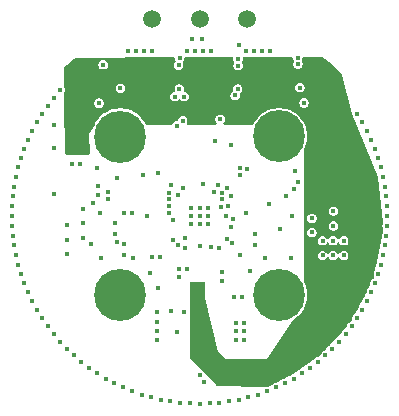
<source format=gbr>
%TF.GenerationSoftware,KiCad,Pcbnew,9.0.3*%
%TF.CreationDate,2025-09-12T00:22:28+02:00*%
%TF.ProjectId,FOC_CONTROLLER_V1,464f435f-434f-44e5-9452-4f4c4c45525f,rev?*%
%TF.SameCoordinates,Original*%
%TF.FileFunction,Copper,L6,Inr*%
%TF.FilePolarity,Positive*%
%FSLAX46Y46*%
G04 Gerber Fmt 4.6, Leading zero omitted, Abs format (unit mm)*
G04 Created by KiCad (PCBNEW 9.0.3) date 2025-09-12 00:22:28*
%MOMM*%
%LPD*%
G01*
G04 APERTURE LIST*
%TA.AperFunction,ComponentPad*%
%ADD10C,0.700000*%
%TD*%
%TA.AperFunction,ComponentPad*%
%ADD11C,4.400000*%
%TD*%
%TA.AperFunction,ComponentPad*%
%ADD12C,1.500000*%
%TD*%
%TA.AperFunction,ViaPad*%
%ADD13C,0.400000*%
%TD*%
G04 APERTURE END LIST*
D10*
%TO.N,GND*%
%TO.C,TP2*%
X91630000Y-93280000D03*
X92113274Y-92113274D03*
X92113274Y-94446726D03*
X93280000Y-91630000D03*
D11*
X93280000Y-93280000D03*
D10*
X93280000Y-94930000D03*
X94446726Y-92113274D03*
X94446726Y-94446726D03*
X94930000Y-93280000D03*
%TD*%
%TO.N,GND*%
%TO.C,TP4*%
X91625000Y-106725000D03*
X92108274Y-105558274D03*
X92108274Y-107891726D03*
X93275000Y-105075000D03*
D11*
X93275000Y-106725000D03*
D10*
X93275000Y-108375000D03*
X94441726Y-105558274D03*
X94441726Y-107891726D03*
X94925000Y-106725000D03*
%TD*%
%TO.N,GND*%
%TO.C,TP1*%
X105075000Y-93275000D03*
X105558274Y-92108274D03*
X105558274Y-94441726D03*
X106725000Y-91625000D03*
D11*
X106725000Y-93275000D03*
D10*
X106725000Y-94925000D03*
X107891726Y-92108274D03*
X107891726Y-94441726D03*
X108375000Y-93275000D03*
%TD*%
D12*
%TO.N,/OUTV*%
%TO.C,TP6*%
X100000000Y-83300000D03*
%TD*%
D10*
%TO.N,GND*%
%TO.C,TP3*%
X105066726Y-106716726D03*
X105550000Y-105550000D03*
X105550000Y-107883452D03*
X106716726Y-105066726D03*
D11*
X106716726Y-106716726D03*
D10*
X106716726Y-108366726D03*
X107883452Y-105550000D03*
X107883452Y-107883452D03*
X108366726Y-106716726D03*
%TD*%
D12*
%TO.N,/OUTW*%
%TO.C,TP7*%
X104000000Y-83300000D03*
%TD*%
%TO.N,/OUTU*%
%TO.C,TP5*%
X96000000Y-83300000D03*
%TD*%
D13*
%TO.N,GND*%
X87700000Y-92270000D03*
X87700000Y-94230000D03*
X87700000Y-98150000D03*
%TO.N,+3.3V*%
X98280000Y-104500000D03*
X100207500Y-85020000D03*
X103600000Y-106900000D03*
X103050000Y-110475000D03*
X98280000Y-105150000D03*
X103750000Y-110475000D03*
X101900000Y-105550000D03*
X108090000Y-96230000D03*
X102418225Y-99153663D03*
X92240000Y-97980000D03*
X103750000Y-109075000D03*
X103050000Y-109775000D03*
X101770000Y-99260000D03*
X98890000Y-104500000D03*
X103050000Y-109075000D03*
X95570000Y-99989232D03*
X92240000Y-98530003D03*
X102900000Y-106900000D03*
X104002500Y-96032500D03*
X103750000Y-109775000D03*
%TO.N,GND*%
X104300000Y-104700000D03*
X84121790Y-99167858D03*
X100000000Y-100700000D03*
X84878201Y-95086630D03*
X106800000Y-101100000D03*
X102630000Y-98280000D03*
X86665138Y-91340239D03*
X104913370Y-115121799D03*
X97512692Y-115704245D03*
X106467113Y-114525373D03*
X89360823Y-111816003D03*
X101662003Y-115812898D03*
X114167004Y-107218449D03*
X111242998Y-111242998D03*
X94301950Y-114843929D03*
X96400000Y-110500000D03*
X105900000Y-99000000D03*
X86230196Y-107950000D03*
X96694204Y-115552547D03*
X107800000Y-100000000D03*
X115358221Y-95884777D03*
X84641779Y-104115223D03*
X112356621Y-110006194D03*
X113334862Y-108659761D03*
X93000000Y-102200000D03*
X98170000Y-98260000D03*
X102487308Y-115704245D03*
X99300000Y-99300000D03*
X95884777Y-115358221D03*
X99167858Y-115878210D03*
X100700000Y-100000000D03*
X111300000Y-102100000D03*
X103934287Y-99755057D03*
X98700000Y-108100000D03*
X86665138Y-108659761D03*
X84100000Y-100000000D03*
X114167004Y-92781551D03*
X84447453Y-96694204D03*
X97900000Y-89900000D03*
X115812898Y-98337997D03*
X115878210Y-100832142D03*
X114843929Y-105698050D03*
X94270000Y-99792500D03*
X107970000Y-97680000D03*
X98337997Y-115812898D03*
X91430000Y-98230000D03*
X105698050Y-114843929D03*
X85832996Y-92781551D03*
X109345786Y-112863370D03*
X96400000Y-108100000D03*
X84121790Y-100832142D03*
X89993806Y-112356621D03*
X103305796Y-115552547D03*
X113334862Y-91340239D03*
X98700000Y-89900000D03*
X110006194Y-112356621D03*
X115552547Y-103305796D03*
X115121799Y-95086630D03*
X112200000Y-102100000D03*
X112863370Y-109345786D03*
X99300000Y-100700000D03*
X99300000Y-100000000D03*
X95230000Y-96560000D03*
X110400000Y-103350000D03*
X93532887Y-114525373D03*
X91300000Y-95900000D03*
X115358221Y-104115223D03*
X85156071Y-105698050D03*
X100000000Y-115900000D03*
X90110000Y-99430000D03*
X87643379Y-110006194D03*
X104115223Y-115358221D03*
X96420000Y-109750000D03*
X88183997Y-89360823D03*
X115704245Y-97512692D03*
X84447453Y-103305796D03*
X115812898Y-101662003D03*
X84641779Y-95884777D03*
X96630000Y-103490000D03*
X96400000Y-109000000D03*
X100700000Y-99300000D03*
X111300000Y-103350000D03*
X91540000Y-99770000D03*
X101900000Y-104717500D03*
X100832142Y-115878210D03*
X88183997Y-110639177D03*
X100000000Y-99300000D03*
X84295755Y-102487308D03*
X88757002Y-111242998D03*
X103400000Y-103300000D03*
X111816003Y-110639177D03*
X91340239Y-113334862D03*
X100407500Y-114100000D03*
X84187102Y-98337997D03*
X92050000Y-113769804D03*
X100010000Y-102530000D03*
X115704245Y-102487308D03*
X85832996Y-107218449D03*
X96000000Y-103500000D03*
X85474627Y-106467113D03*
X113769804Y-107950000D03*
X103400000Y-95900000D03*
X87136630Y-109345786D03*
X101860000Y-98050000D03*
X113769804Y-92050000D03*
X110400000Y-102100000D03*
X114525373Y-93532887D03*
X98100000Y-109800000D03*
X84878201Y-104913370D03*
X97580000Y-97400000D03*
X85474627Y-93532887D03*
X114843929Y-94301950D03*
X115121799Y-104913370D03*
X86230196Y-92050000D03*
X90080000Y-100620000D03*
X107218449Y-114167004D03*
X100700000Y-100700000D03*
X115878210Y-99167858D03*
X109500000Y-100200000D03*
X90150000Y-101910000D03*
X97550000Y-108050000D03*
X100000000Y-100000000D03*
X110639177Y-111816003D03*
X115900000Y-100000000D03*
X92960000Y-96780000D03*
X95086630Y-115121799D03*
X107950000Y-113769804D03*
X101000000Y-102600000D03*
X103000000Y-89800000D03*
X85156071Y-94301950D03*
X84187102Y-101662003D03*
X87643379Y-89993806D03*
X108659761Y-113334862D03*
X109500000Y-101400000D03*
X84295755Y-97512692D03*
X115552547Y-96694204D03*
X112200000Y-103350000D03*
X95800000Y-104800000D03*
X87136630Y-90654214D03*
X96500000Y-106100000D03*
X101590000Y-97350000D03*
X92781551Y-114167004D03*
X90654214Y-112863370D03*
X101870000Y-98600000D03*
X114525373Y-106467113D03*
%TO.N,/NRST*%
X88800000Y-103250000D03*
X107750000Y-103550000D03*
%TO.N,VBAT+*%
X110300000Y-95260000D03*
X99750000Y-106500000D03*
X103938000Y-87975000D03*
X89190000Y-88580000D03*
X100338000Y-87975000D03*
X110300000Y-97060000D03*
X93938000Y-87975000D03*
X111000000Y-96460000D03*
X111000000Y-94060000D03*
X89190000Y-95580000D03*
X110300000Y-97660000D03*
X111000000Y-93460000D03*
X89890000Y-91380000D03*
X111000000Y-94660000D03*
X110300000Y-94660000D03*
X111000000Y-92260000D03*
X89190000Y-89980000D03*
X89890000Y-89980000D03*
X94638000Y-87975000D03*
X89890000Y-92780000D03*
X110300000Y-94060000D03*
X109860000Y-89470000D03*
X110560000Y-88070000D03*
X101038000Y-87975000D03*
X111000000Y-92860000D03*
X111000000Y-97660000D03*
X110300000Y-96460000D03*
X104638000Y-87975000D03*
X89890000Y-94180000D03*
X110560000Y-89470000D03*
X110560000Y-90870000D03*
X89890000Y-95580000D03*
X110300000Y-92260000D03*
X98938000Y-87975000D03*
X110300000Y-93460000D03*
X105338000Y-87975000D03*
X89190000Y-91380000D03*
X110300000Y-95860000D03*
X109860000Y-88070000D03*
X111000000Y-97060000D03*
X106038000Y-87975000D03*
X95338000Y-87975000D03*
X111000000Y-95860000D03*
X110300000Y-92860000D03*
X89190000Y-92780000D03*
X96038000Y-87975000D03*
X111000000Y-95260000D03*
X99638000Y-87975000D03*
X89190000Y-94180000D03*
X89890000Y-88580000D03*
X99750000Y-105820000D03*
%TO.N,/ISNSU*%
X102250000Y-99979222D03*
X91672500Y-103550000D03*
%TO.N,/OP2O*%
X98750000Y-102700000D03*
X93610000Y-103270000D03*
%TO.N,/OP2N*%
X92800000Y-101530000D03*
X98200000Y-102430000D03*
%TO.N,/ISNSV*%
X94390000Y-103560000D03*
X102800000Y-100250000D03*
%TO.N,/BTN*%
X97420000Y-98030000D03*
X91350000Y-97427500D03*
%TO.N,Net-(IC1-PA5)*%
X104700000Y-101550000D03*
X99392500Y-85020000D03*
%TO.N,/SHUNT+AFTER*%
X103400000Y-96550000D03*
X103340000Y-85550000D03*
%TO.N,/LSU*%
X96450000Y-96380000D03*
X91480000Y-90457500D03*
%TO.N,/HSW*%
X102284266Y-97625734D03*
X108830000Y-90425000D03*
%TO.N,/LSW*%
X102650000Y-94030000D03*
X100286889Y-97324999D03*
%TO.N,/SPI2_CS*%
X97390000Y-99770000D03*
%TO.N,/OP2P*%
X97750000Y-102010000D03*
X92830000Y-100580000D03*
%TO.N,/SPI2_MOSI*%
X98780000Y-101870000D03*
%TO.N,/UART_TX*%
X102711830Y-102330000D03*
X111323885Y-100836500D03*
%TO.N,/SWCLK*%
X97419527Y-99152966D03*
X88800000Y-102000000D03*
%TO.N,Net-(D8-A)*%
X101664482Y-102724915D03*
X100000000Y-113500000D03*
%TO.N,/MGL*%
X102675141Y-100910002D03*
X98620000Y-97640000D03*
%TO.N,/UART_RX*%
X111323885Y-99586500D03*
X104670000Y-102460000D03*
%TO.N,/SWDIO*%
X97444761Y-98603543D03*
X88800000Y-100750000D03*
%TO.N,/SPI2_MISO*%
X97710000Y-100320000D03*
%TO.N,/MGH*%
X102301875Y-101963340D03*
%TO.N,Net-(IC2-SCLK)*%
X105505000Y-103550000D03*
X101200000Y-98000000D03*
%TO.N,/SHUNT+U*%
X90930000Y-98890000D03*
X98300000Y-86650000D03*
%TO.N,Net-(Q1-G2)*%
X91830000Y-87200000D03*
X93950000Y-86075000D03*
%TO.N,Net-(Q1-G1)*%
X93290000Y-89190000D03*
X98075000Y-92367500D03*
%TO.N,/SHUNT+V*%
X93570000Y-99782500D03*
X103250000Y-86710000D03*
%TO.N,Net-(Q2-G2)*%
X98567326Y-91927624D03*
X98950000Y-86075000D03*
%TO.N,Net-(Q2-G1)*%
X98270000Y-89260000D03*
X101270000Y-93680000D03*
%TO.N,/SHUNT+W*%
X108310000Y-97090000D03*
X108297464Y-86595515D03*
%TO.N,Net-(Q3-G2)*%
X103950000Y-86075000D03*
X101736608Y-91819688D03*
%TO.N,Net-(Q3-G1)*%
X103220000Y-89260000D03*
X108475000Y-89140000D03*
%TO.N,Net-(Q1-S2)*%
X95275000Y-86075000D03*
X94575000Y-86075000D03*
X95975000Y-86075000D03*
%TO.N,Net-(Q2-S2)*%
X99575000Y-86075000D03*
X100275000Y-86075000D03*
X100975000Y-86075000D03*
%TO.N,Net-(Q3-S2)*%
X105975000Y-86075000D03*
X105275000Y-86075000D03*
X104575000Y-86075000D03*
%TO.N,/SHUNT-W*%
X108320000Y-87120000D03*
X107280000Y-98320000D03*
%TO.N,/SHUNT-U*%
X90840000Y-102345000D03*
X98220000Y-87230000D03*
%TO.N,/SHUNT-V*%
X103260000Y-87270000D03*
X93580000Y-102367500D03*
%TD*%
%TA.AperFunction,Conductor*%
%TO.N,VBAT+*%
G36*
X110406443Y-86542964D02*
G01*
X110408471Y-86544468D01*
X110634499Y-86716756D01*
X110638152Y-86719682D01*
X111258316Y-87241183D01*
X111261851Y-87244303D01*
X111722019Y-87670500D01*
X111856301Y-87794869D01*
X111859702Y-87798173D01*
X112047032Y-87989133D01*
X112072496Y-88034822D01*
X112900000Y-91400000D01*
X112900001Y-91400005D01*
X115094749Y-96687350D01*
X115101619Y-96713601D01*
X115557913Y-100546478D01*
X115546017Y-100606496D01*
X115545344Y-100607680D01*
X115505003Y-100677553D01*
X115499123Y-100699500D01*
X115477710Y-100779415D01*
X115477710Y-100884869D01*
X115505003Y-100986729D01*
X115538355Y-101044496D01*
X115544016Y-101054301D01*
X115556737Y-101114150D01*
X115555357Y-101123211D01*
X115502289Y-101388551D01*
X115490950Y-101418632D01*
X115439691Y-101507416D01*
X115412398Y-101609276D01*
X115412398Y-101714730D01*
X115420528Y-101745072D01*
X115421978Y-101790109D01*
X114992444Y-103937774D01*
X114992445Y-103937775D01*
X114989387Y-103953060D01*
X114985014Y-103960636D01*
X114957721Y-104062496D01*
X114957721Y-104111390D01*
X114955797Y-104121010D01*
X114955797Y-104121011D01*
X114955798Y-104121011D01*
X114863684Y-104581576D01*
X114836612Y-104632162D01*
X114801318Y-104667456D01*
X114748593Y-104758779D01*
X114748593Y-104758780D01*
X114748592Y-104758782D01*
X114748592Y-104758783D01*
X114721299Y-104860643D01*
X114721299Y-104966097D01*
X114746528Y-105060255D01*
X114748592Y-105067957D01*
X114749093Y-105069165D01*
X114749194Y-105070203D01*
X114750272Y-105074224D01*
X114749606Y-105074402D01*
X114754706Y-105126464D01*
X114727169Y-105264150D01*
X114697216Y-105317503D01*
X114679592Y-105330471D01*
X114598017Y-105377569D01*
X114523447Y-105452139D01*
X114470723Y-105543459D01*
X114470723Y-105543460D01*
X114470722Y-105543462D01*
X114470722Y-105543463D01*
X114444925Y-105639742D01*
X114443429Y-105645324D01*
X114443429Y-105750779D01*
X114457175Y-105802084D01*
X114453972Y-105863186D01*
X114449043Y-105874026D01*
X114329170Y-106100452D01*
X114291181Y-106139864D01*
X114279459Y-106146632D01*
X114204892Y-106221200D01*
X114152167Y-106312522D01*
X114152167Y-106312523D01*
X114152166Y-106312525D01*
X114152166Y-106312526D01*
X114151774Y-106313991D01*
X114124873Y-106414387D01*
X114124873Y-106461761D01*
X114113368Y-106508082D01*
X113898021Y-106914846D01*
X113880531Y-106938527D01*
X113846524Y-106972535D01*
X113793798Y-107063858D01*
X113793796Y-107063863D01*
X113770728Y-107149951D01*
X113762597Y-107170647D01*
X113521876Y-107625342D01*
X113504386Y-107649023D01*
X113449323Y-107704086D01*
X113396598Y-107795409D01*
X113396598Y-107795410D01*
X113396597Y-107795412D01*
X113396597Y-107795413D01*
X113369803Y-107895413D01*
X113369303Y-107897278D01*
X113368777Y-107901271D01*
X113358120Y-107934659D01*
X113181431Y-108268406D01*
X113143437Y-108307821D01*
X113088951Y-108339279D01*
X113014380Y-108413850D01*
X112961656Y-108505170D01*
X112961656Y-108505171D01*
X112934362Y-108607035D01*
X112934362Y-108710504D01*
X112922857Y-108756825D01*
X112905642Y-108789342D01*
X112891967Y-108808988D01*
X112777101Y-108937527D01*
X112728908Y-108967186D01*
X112708779Y-108972580D01*
X112617459Y-109025304D01*
X112542888Y-109099875D01*
X112490164Y-109191195D01*
X112490163Y-109191197D01*
X112470459Y-109264730D01*
X112448653Y-109305072D01*
X112091847Y-109704353D01*
X112089982Y-109706439D01*
X112036141Y-109760281D01*
X112025685Y-109778390D01*
X112018874Y-109786013D01*
X111020432Y-110903310D01*
X111002014Y-110918283D01*
X111002233Y-110918568D01*
X110997083Y-110922519D01*
X110922521Y-110997080D01*
X110922520Y-110997081D01*
X110901858Y-111032868D01*
X110889943Y-111049332D01*
X110574931Y-111401843D01*
X110526736Y-111431502D01*
X110484589Y-111442796D01*
X110484586Y-111442797D01*
X110393266Y-111495521D01*
X110318695Y-111570092D01*
X110265971Y-111661412D01*
X110265971Y-111661414D01*
X110239095Y-111761717D01*
X110217287Y-111802061D01*
X110208239Y-111812186D01*
X110189745Y-111828317D01*
X110025175Y-111939219D01*
X109969850Y-111956121D01*
X109953467Y-111956121D01*
X109851607Y-111983414D01*
X109851606Y-111983414D01*
X109851604Y-111983415D01*
X109851603Y-111983415D01*
X109760283Y-112036139D01*
X109685713Y-112110709D01*
X109643032Y-112184635D01*
X109612621Y-112217232D01*
X109232169Y-112473614D01*
X109202472Y-112487141D01*
X109191202Y-112490161D01*
X109191195Y-112490164D01*
X109099873Y-112542889D01*
X109045670Y-112597091D01*
X109030993Y-112609184D01*
X108520637Y-112953107D01*
X108520637Y-112953108D01*
X108509788Y-112960418D01*
X108505174Y-112961655D01*
X108413848Y-113014382D01*
X108381071Y-113047158D01*
X108373142Y-113052502D01*
X108373139Y-113052502D01*
X107920554Y-113357495D01*
X107890853Y-113371023D01*
X107795416Y-113396595D01*
X107795409Y-113396598D01*
X107704087Y-113449323D01*
X107629523Y-113523886D01*
X107625576Y-113529032D01*
X107623972Y-113527802D01*
X107589951Y-113559908D01*
X107198814Y-113756595D01*
X107167267Y-113766300D01*
X107165729Y-113766502D01*
X107165722Y-113766504D01*
X107063862Y-113793797D01*
X107063861Y-113793797D01*
X107063859Y-113793798D01*
X107063858Y-113793798D01*
X106972535Y-113846523D01*
X106935823Y-113883235D01*
X106910297Y-113901677D01*
X106487431Y-114114320D01*
X106442955Y-114124873D01*
X106414386Y-114124873D01*
X106312526Y-114152166D01*
X106312525Y-114152166D01*
X106312523Y-114152167D01*
X106312522Y-114152167D01*
X106221200Y-114204892D01*
X106145374Y-114280718D01*
X106119847Y-114299161D01*
X105838068Y-114440855D01*
X105777586Y-114450106D01*
X105767974Y-114448036D01*
X105750778Y-114443429D01*
X105750777Y-114443429D01*
X105645323Y-114443429D01*
X105633572Y-114446577D01*
X105612044Y-114452345D01*
X105584450Y-114455697D01*
X101433477Y-114372863D01*
X101375675Y-114352799D01*
X101363407Y-114341784D01*
X99186955Y-112032497D01*
X99160803Y-111977182D01*
X99160000Y-111964596D01*
X99160000Y-105659000D01*
X99178907Y-105600809D01*
X99228407Y-105564845D01*
X99259000Y-105560000D01*
X100379565Y-105560000D01*
X100437756Y-105578907D01*
X100473720Y-105628407D01*
X100478555Y-105660424D01*
X100459999Y-106950000D01*
X100460000Y-106950001D01*
X101549999Y-111499998D01*
X101550000Y-111500000D01*
X102250000Y-112150000D01*
X105700000Y-112150000D01*
X107873367Y-108835614D01*
X107903473Y-108806086D01*
X108108015Y-108677564D01*
X108318811Y-108509460D01*
X108509460Y-108318811D01*
X108677564Y-108108015D01*
X108821010Y-107879723D01*
X108937993Y-107636805D01*
X109027042Y-107382317D01*
X109087038Y-107119458D01*
X109097891Y-107023128D01*
X109117225Y-106851551D01*
X109117226Y-106851534D01*
X109117226Y-106581917D01*
X109117225Y-106581900D01*
X109087038Y-106313997D01*
X109087037Y-106313991D01*
X109073478Y-106254587D01*
X109027042Y-106051135D01*
X108991828Y-105950500D01*
X108937994Y-105796650D01*
X108937993Y-105796647D01*
X108882879Y-105682202D01*
X108873077Y-105639742D01*
X108861497Y-103297273D01*
X109999500Y-103297273D01*
X109999500Y-103402727D01*
X110026457Y-103503333D01*
X110026794Y-103504589D01*
X110026794Y-103504590D01*
X110064836Y-103570480D01*
X110079520Y-103595913D01*
X110154087Y-103670480D01*
X110245413Y-103723207D01*
X110347273Y-103750500D01*
X110347275Y-103750500D01*
X110452725Y-103750500D01*
X110452727Y-103750500D01*
X110554587Y-103723207D01*
X110645913Y-103670480D01*
X110720480Y-103595913D01*
X110764264Y-103520075D01*
X110809733Y-103479136D01*
X110870583Y-103472740D01*
X110923571Y-103503333D01*
X110935732Y-103520071D01*
X110979520Y-103595913D01*
X111054087Y-103670480D01*
X111145413Y-103723207D01*
X111247273Y-103750500D01*
X111247275Y-103750500D01*
X111352725Y-103750500D01*
X111352727Y-103750500D01*
X111454587Y-103723207D01*
X111545913Y-103670480D01*
X111620480Y-103595913D01*
X111664264Y-103520075D01*
X111709733Y-103479136D01*
X111770583Y-103472740D01*
X111823571Y-103503333D01*
X111835732Y-103520071D01*
X111879520Y-103595913D01*
X111954087Y-103670480D01*
X112045413Y-103723207D01*
X112147273Y-103750500D01*
X112147275Y-103750500D01*
X112252725Y-103750500D01*
X112252727Y-103750500D01*
X112354587Y-103723207D01*
X112445913Y-103670480D01*
X112520480Y-103595913D01*
X112573207Y-103504587D01*
X112600500Y-103402727D01*
X112600500Y-103297273D01*
X112573207Y-103195413D01*
X112568230Y-103186793D01*
X112520481Y-103104089D01*
X112520480Y-103104087D01*
X112445913Y-103029520D01*
X112430255Y-103020480D01*
X112354589Y-102976794D01*
X112354588Y-102976793D01*
X112354587Y-102976793D01*
X112252727Y-102949500D01*
X112147273Y-102949500D01*
X112045413Y-102976793D01*
X112045412Y-102976793D01*
X112045410Y-102976794D01*
X112045409Y-102976794D01*
X111954089Y-103029518D01*
X111879518Y-103104089D01*
X111835736Y-103179922D01*
X111790267Y-103220863D01*
X111729416Y-103227259D01*
X111676428Y-103196666D01*
X111664264Y-103179922D01*
X111620481Y-103104089D01*
X111620480Y-103104087D01*
X111545913Y-103029520D01*
X111530255Y-103020480D01*
X111454589Y-102976794D01*
X111454588Y-102976793D01*
X111454587Y-102976793D01*
X111352727Y-102949500D01*
X111247273Y-102949500D01*
X111145413Y-102976793D01*
X111145412Y-102976793D01*
X111145410Y-102976794D01*
X111145409Y-102976794D01*
X111054089Y-103029518D01*
X110979518Y-103104089D01*
X110935736Y-103179922D01*
X110890267Y-103220863D01*
X110829416Y-103227259D01*
X110776428Y-103196666D01*
X110764264Y-103179922D01*
X110720481Y-103104089D01*
X110720480Y-103104087D01*
X110645913Y-103029520D01*
X110630255Y-103020480D01*
X110554589Y-102976794D01*
X110554588Y-102976793D01*
X110554587Y-102976793D01*
X110452727Y-102949500D01*
X110347273Y-102949500D01*
X110245413Y-102976793D01*
X110245412Y-102976793D01*
X110245410Y-102976794D01*
X110245409Y-102976794D01*
X110154089Y-103029518D01*
X110079518Y-103104089D01*
X110026794Y-103195409D01*
X110026794Y-103195410D01*
X110026793Y-103195412D01*
X110026793Y-103195413D01*
X109999500Y-103297273D01*
X108861497Y-103297273D01*
X108855317Y-102047273D01*
X109999500Y-102047273D01*
X109999500Y-102152727D01*
X110023744Y-102243207D01*
X110026794Y-102254589D01*
X110026794Y-102254590D01*
X110079518Y-102345910D01*
X110079520Y-102345913D01*
X110154087Y-102420480D01*
X110245413Y-102473207D01*
X110347273Y-102500500D01*
X110347275Y-102500500D01*
X110452725Y-102500500D01*
X110452727Y-102500500D01*
X110554587Y-102473207D01*
X110645913Y-102420480D01*
X110720480Y-102345913D01*
X110764264Y-102270075D01*
X110809733Y-102229136D01*
X110870583Y-102222740D01*
X110923571Y-102253333D01*
X110935732Y-102270071D01*
X110979520Y-102345913D01*
X111054087Y-102420480D01*
X111145413Y-102473207D01*
X111247273Y-102500500D01*
X111247275Y-102500500D01*
X111352725Y-102500500D01*
X111352727Y-102500500D01*
X111454587Y-102473207D01*
X111545913Y-102420480D01*
X111620480Y-102345913D01*
X111664264Y-102270075D01*
X111709733Y-102229136D01*
X111770583Y-102222740D01*
X111823571Y-102253333D01*
X111835732Y-102270071D01*
X111879520Y-102345913D01*
X111954087Y-102420480D01*
X112045413Y-102473207D01*
X112147273Y-102500500D01*
X112147275Y-102500500D01*
X112252725Y-102500500D01*
X112252727Y-102500500D01*
X112354587Y-102473207D01*
X112445913Y-102420480D01*
X112520480Y-102345913D01*
X112573207Y-102254587D01*
X112600500Y-102152727D01*
X112600500Y-102047273D01*
X112573207Y-101945413D01*
X112564263Y-101929922D01*
X112521882Y-101856515D01*
X112520480Y-101854087D01*
X112445913Y-101779520D01*
X112439665Y-101775913D01*
X112354589Y-101726794D01*
X112354588Y-101726793D01*
X112354587Y-101726793D01*
X112252727Y-101699500D01*
X112147273Y-101699500D01*
X112045413Y-101726793D01*
X112045412Y-101726793D01*
X112045410Y-101726794D01*
X112045409Y-101726794D01*
X111954089Y-101779518D01*
X111879518Y-101854089D01*
X111835736Y-101929922D01*
X111790267Y-101970863D01*
X111729416Y-101977259D01*
X111676428Y-101946666D01*
X111664264Y-101929922D01*
X111621882Y-101856515D01*
X111620480Y-101854087D01*
X111545913Y-101779520D01*
X111539665Y-101775913D01*
X111454589Y-101726794D01*
X111454588Y-101726793D01*
X111454587Y-101726793D01*
X111352727Y-101699500D01*
X111247273Y-101699500D01*
X111145413Y-101726793D01*
X111145412Y-101726793D01*
X111145410Y-101726794D01*
X111145409Y-101726794D01*
X111054089Y-101779518D01*
X110979518Y-101854089D01*
X110935736Y-101929922D01*
X110890267Y-101970863D01*
X110829416Y-101977259D01*
X110776428Y-101946666D01*
X110764264Y-101929922D01*
X110721882Y-101856515D01*
X110720480Y-101854087D01*
X110645913Y-101779520D01*
X110639665Y-101775913D01*
X110554589Y-101726794D01*
X110554588Y-101726793D01*
X110554587Y-101726793D01*
X110452727Y-101699500D01*
X110347273Y-101699500D01*
X110245413Y-101726793D01*
X110245412Y-101726793D01*
X110245410Y-101726794D01*
X110245409Y-101726794D01*
X110154089Y-101779518D01*
X110079518Y-101854089D01*
X110026794Y-101945409D01*
X110026794Y-101945410D01*
X110026793Y-101945412D01*
X110026793Y-101945413D01*
X109999500Y-102047273D01*
X108855317Y-102047273D01*
X108851857Y-101347273D01*
X109099500Y-101347273D01*
X109099500Y-101452727D01*
X109126793Y-101554587D01*
X109126794Y-101554589D01*
X109126794Y-101554590D01*
X109177757Y-101642860D01*
X109179520Y-101645913D01*
X109254087Y-101720480D01*
X109345413Y-101773207D01*
X109447273Y-101800500D01*
X109447275Y-101800500D01*
X109552725Y-101800500D01*
X109552727Y-101800500D01*
X109654587Y-101773207D01*
X109745913Y-101720480D01*
X109820480Y-101645913D01*
X109873207Y-101554587D01*
X109900500Y-101452727D01*
X109900500Y-101347273D01*
X109873207Y-101245413D01*
X109820480Y-101154087D01*
X109745913Y-101079520D01*
X109730255Y-101070480D01*
X109654589Y-101026794D01*
X109654588Y-101026793D01*
X109654587Y-101026793D01*
X109552727Y-100999500D01*
X109447273Y-100999500D01*
X109345413Y-101026793D01*
X109345412Y-101026793D01*
X109345410Y-101026794D01*
X109345409Y-101026794D01*
X109254089Y-101079518D01*
X109179518Y-101154089D01*
X109126794Y-101245409D01*
X109126794Y-101245410D01*
X109126793Y-101245412D01*
X109126793Y-101245413D01*
X109099500Y-101347273D01*
X108851857Y-101347273D01*
X108849071Y-100783773D01*
X110923385Y-100783773D01*
X110923385Y-100889227D01*
X110950678Y-100991087D01*
X110950679Y-100991089D01*
X110950679Y-100991090D01*
X111003403Y-101082410D01*
X111003405Y-101082413D01*
X111077972Y-101156980D01*
X111169298Y-101209707D01*
X111271158Y-101237000D01*
X111271160Y-101237000D01*
X111376610Y-101237000D01*
X111376612Y-101237000D01*
X111478472Y-101209707D01*
X111569798Y-101156980D01*
X111644365Y-101082413D01*
X111697092Y-100991087D01*
X111724385Y-100889227D01*
X111724385Y-100783773D01*
X111697092Y-100681913D01*
X111691788Y-100672727D01*
X111644366Y-100590589D01*
X111644365Y-100590587D01*
X111569798Y-100516020D01*
X111549129Y-100504087D01*
X111478474Y-100463294D01*
X111478473Y-100463293D01*
X111478472Y-100463293D01*
X111376612Y-100436000D01*
X111271158Y-100436000D01*
X111169298Y-100463293D01*
X111169297Y-100463293D01*
X111169295Y-100463294D01*
X111169294Y-100463294D01*
X111077974Y-100516018D01*
X111003403Y-100590589D01*
X110950679Y-100681909D01*
X110950679Y-100681910D01*
X110950678Y-100681912D01*
X110950678Y-100681913D01*
X110923385Y-100783773D01*
X108849071Y-100783773D01*
X108845925Y-100147273D01*
X109099500Y-100147273D01*
X109099500Y-100252727D01*
X109125112Y-100348313D01*
X109126794Y-100354589D01*
X109126794Y-100354590D01*
X109179518Y-100445910D01*
X109179520Y-100445913D01*
X109254087Y-100520480D01*
X109345413Y-100573207D01*
X109447273Y-100600500D01*
X109447275Y-100600500D01*
X109552725Y-100600500D01*
X109552727Y-100600500D01*
X109654587Y-100573207D01*
X109745913Y-100520480D01*
X109820480Y-100445913D01*
X109873207Y-100354587D01*
X109900500Y-100252727D01*
X109900500Y-100147273D01*
X109873207Y-100045413D01*
X109849347Y-100004087D01*
X109823725Y-99959707D01*
X109820480Y-99954087D01*
X109745913Y-99879520D01*
X109654587Y-99826793D01*
X109552727Y-99799500D01*
X109447273Y-99799500D01*
X109345413Y-99826793D01*
X109345412Y-99826793D01*
X109345410Y-99826794D01*
X109345409Y-99826794D01*
X109254089Y-99879518D01*
X109179518Y-99954089D01*
X109126794Y-100045409D01*
X109126794Y-100045410D01*
X109126793Y-100045412D01*
X109126793Y-100045413D01*
X109099500Y-100147273D01*
X108845925Y-100147273D01*
X108842892Y-99533773D01*
X110923385Y-99533773D01*
X110923385Y-99639227D01*
X110948594Y-99733309D01*
X110950679Y-99741089D01*
X110950679Y-99741090D01*
X111003403Y-99832410D01*
X111003405Y-99832413D01*
X111077972Y-99906980D01*
X111169298Y-99959707D01*
X111271158Y-99987000D01*
X111271160Y-99987000D01*
X111376610Y-99987000D01*
X111376612Y-99987000D01*
X111478472Y-99959707D01*
X111569798Y-99906980D01*
X111644365Y-99832413D01*
X111697092Y-99741087D01*
X111724385Y-99639227D01*
X111724385Y-99533773D01*
X111697092Y-99431913D01*
X111684032Y-99409293D01*
X111661058Y-99369500D01*
X111644365Y-99340587D01*
X111569798Y-99266020D01*
X111537327Y-99247273D01*
X111478474Y-99213294D01*
X111478473Y-99213293D01*
X111478472Y-99213293D01*
X111376612Y-99186000D01*
X111271158Y-99186000D01*
X111169298Y-99213293D01*
X111169297Y-99213293D01*
X111169295Y-99213294D01*
X111169294Y-99213294D01*
X111077974Y-99266018D01*
X111003403Y-99340589D01*
X110950679Y-99431909D01*
X110950679Y-99431910D01*
X110950678Y-99431912D01*
X110950678Y-99431913D01*
X110923385Y-99533773D01*
X108842892Y-99533773D01*
X108817932Y-94484559D01*
X108829094Y-94440989D01*
X108828078Y-94440500D01*
X108829281Y-94438001D01*
X108829284Y-94437997D01*
X108946267Y-94195079D01*
X109035316Y-93940591D01*
X109095312Y-93677732D01*
X109106165Y-93581402D01*
X109125499Y-93409825D01*
X109125500Y-93409808D01*
X109125500Y-93140191D01*
X109125499Y-93140174D01*
X109095312Y-92872271D01*
X109095311Y-92872265D01*
X109035315Y-92609405D01*
X108970161Y-92423207D01*
X108946267Y-92354921D01*
X108903359Y-92265822D01*
X108829291Y-92112017D01*
X108829285Y-92112005D01*
X108823455Y-92102727D01*
X108685838Y-91883711D01*
X108517734Y-91672915D01*
X108327085Y-91482266D01*
X108116289Y-91314162D01*
X108073876Y-91287512D01*
X107887994Y-91170714D01*
X107887982Y-91170708D01*
X107645080Y-91053733D01*
X107645077Y-91053732D01*
X107390594Y-90964684D01*
X107127734Y-90904688D01*
X107127728Y-90904687D01*
X106859825Y-90874500D01*
X106859809Y-90874500D01*
X106590191Y-90874500D01*
X106590174Y-90874500D01*
X106322271Y-90904687D01*
X106322265Y-90904688D01*
X106059405Y-90964684D01*
X105804922Y-91053732D01*
X105804919Y-91053733D01*
X105562017Y-91170708D01*
X105562005Y-91170714D01*
X105333710Y-91314162D01*
X105122916Y-91482265D01*
X104932265Y-91672916D01*
X104764162Y-91883710D01*
X104620715Y-92112004D01*
X104572781Y-92211537D01*
X104530498Y-92255761D01*
X104483530Y-92267581D01*
X102095410Y-92266229D01*
X102037230Y-92247289D01*
X102001294Y-92197768D01*
X102001329Y-92136583D01*
X102025459Y-92097229D01*
X102057088Y-92065601D01*
X102109815Y-91974275D01*
X102137108Y-91872415D01*
X102137108Y-91766961D01*
X102109815Y-91665101D01*
X102057088Y-91573775D01*
X101982521Y-91499208D01*
X101974931Y-91494826D01*
X101891197Y-91446482D01*
X101891196Y-91446481D01*
X101891195Y-91446481D01*
X101789335Y-91419188D01*
X101683881Y-91419188D01*
X101582021Y-91446481D01*
X101582020Y-91446481D01*
X101582018Y-91446482D01*
X101582017Y-91446482D01*
X101490697Y-91499206D01*
X101416126Y-91573777D01*
X101363402Y-91665097D01*
X101363402Y-91665098D01*
X101363401Y-91665100D01*
X101363401Y-91665101D01*
X101336108Y-91766961D01*
X101336108Y-91872415D01*
X101361452Y-91967000D01*
X101363402Y-91974277D01*
X101363402Y-91974278D01*
X101405399Y-92047018D01*
X101416128Y-92065601D01*
X101447347Y-92096820D01*
X101475123Y-92151335D01*
X101465552Y-92211767D01*
X101422287Y-92255032D01*
X101377286Y-92265822D01*
X99006716Y-92264479D01*
X98948536Y-92245539D01*
X98912600Y-92196018D01*
X98912635Y-92134833D01*
X98921032Y-92115986D01*
X98940533Y-92082211D01*
X98967826Y-91980351D01*
X98967826Y-91874897D01*
X98940533Y-91773037D01*
X98915408Y-91729520D01*
X98887807Y-91681713D01*
X98887806Y-91681711D01*
X98813239Y-91607144D01*
X98721913Y-91554417D01*
X98620053Y-91527124D01*
X98514599Y-91527124D01*
X98412739Y-91554417D01*
X98412738Y-91554417D01*
X98412736Y-91554418D01*
X98412735Y-91554418D01*
X98321415Y-91607142D01*
X98246844Y-91681713D01*
X98194120Y-91773033D01*
X98194120Y-91773034D01*
X98166825Y-91874900D01*
X98166033Y-91880921D01*
X98139693Y-91936146D01*
X98085922Y-91965342D01*
X98067880Y-91967000D01*
X98022273Y-91967000D01*
X97920413Y-91994293D01*
X97920412Y-91994293D01*
X97920410Y-91994294D01*
X97920409Y-91994294D01*
X97829089Y-92047018D01*
X97754519Y-92121588D01*
X97701054Y-92214191D01*
X97655584Y-92255131D01*
X97615262Y-92263690D01*
X95516501Y-92262501D01*
X95458321Y-92243561D01*
X95427362Y-92206457D01*
X95384284Y-92117003D01*
X95240838Y-91888711D01*
X95072734Y-91677915D01*
X94882085Y-91487266D01*
X94671289Y-91319162D01*
X94442997Y-91175716D01*
X94442994Y-91175714D01*
X94442982Y-91175708D01*
X94200080Y-91058733D01*
X94200077Y-91058732D01*
X93945594Y-90969684D01*
X93682734Y-90909688D01*
X93682728Y-90909687D01*
X93414825Y-90879500D01*
X93414809Y-90879500D01*
X93145191Y-90879500D01*
X93145174Y-90879500D01*
X92877271Y-90909687D01*
X92877265Y-90909688D01*
X92614405Y-90969684D01*
X92359922Y-91058732D01*
X92359919Y-91058733D01*
X92117017Y-91175708D01*
X92117005Y-91175714D01*
X91888710Y-91319162D01*
X91677916Y-91487265D01*
X91487265Y-91677916D01*
X91319162Y-91888710D01*
X91175714Y-92117005D01*
X91175712Y-92117010D01*
X91122754Y-92226978D01*
X91113177Y-92237228D01*
X91113632Y-92237499D01*
X91100238Y-92260000D01*
X90630000Y-93050000D01*
X90629999Y-93050001D01*
X90686513Y-94717152D01*
X90669588Y-94775950D01*
X90621335Y-94813570D01*
X90587094Y-94819505D01*
X88707115Y-94810466D01*
X88649016Y-94791279D01*
X88613290Y-94741607D01*
X88608601Y-94712897D01*
X88546573Y-90404773D01*
X91079500Y-90404773D01*
X91079500Y-90510227D01*
X91098086Y-90579590D01*
X91106794Y-90612089D01*
X91106794Y-90612090D01*
X91140754Y-90670910D01*
X91159520Y-90703413D01*
X91234087Y-90777980D01*
X91325413Y-90830707D01*
X91427273Y-90858000D01*
X91427275Y-90858000D01*
X91532725Y-90858000D01*
X91532727Y-90858000D01*
X91634587Y-90830707D01*
X91725913Y-90777980D01*
X91800480Y-90703413D01*
X91853207Y-90612087D01*
X91880500Y-90510227D01*
X91880500Y-90404773D01*
X91871792Y-90372273D01*
X108429500Y-90372273D01*
X108429500Y-90477727D01*
X108456793Y-90579587D01*
X108456794Y-90579589D01*
X108456794Y-90579590D01*
X108509518Y-90670910D01*
X108509520Y-90670913D01*
X108584087Y-90745480D01*
X108675413Y-90798207D01*
X108777273Y-90825500D01*
X108777275Y-90825500D01*
X108882725Y-90825500D01*
X108882727Y-90825500D01*
X108984587Y-90798207D01*
X109075913Y-90745480D01*
X109150480Y-90670913D01*
X109203207Y-90579587D01*
X109230500Y-90477727D01*
X109230500Y-90372273D01*
X109203207Y-90270413D01*
X109150480Y-90179087D01*
X109075913Y-90104520D01*
X109040880Y-90084294D01*
X108984589Y-90051794D01*
X108984588Y-90051793D01*
X108984587Y-90051793D01*
X108882727Y-90024500D01*
X108777273Y-90024500D01*
X108675413Y-90051793D01*
X108675412Y-90051793D01*
X108675410Y-90051794D01*
X108675409Y-90051794D01*
X108584089Y-90104518D01*
X108509518Y-90179089D01*
X108456794Y-90270409D01*
X108456794Y-90270410D01*
X108456793Y-90270412D01*
X108456793Y-90270413D01*
X108429500Y-90372273D01*
X91871792Y-90372273D01*
X91853207Y-90302913D01*
X91834441Y-90270410D01*
X91800481Y-90211589D01*
X91800480Y-90211587D01*
X91725913Y-90137020D01*
X91679083Y-90109983D01*
X91634589Y-90084294D01*
X91634588Y-90084293D01*
X91634587Y-90084293D01*
X91532727Y-90057000D01*
X91427273Y-90057000D01*
X91325413Y-90084293D01*
X91325412Y-90084293D01*
X91325410Y-90084294D01*
X91325409Y-90084294D01*
X91234089Y-90137018D01*
X91159518Y-90211589D01*
X91106794Y-90302909D01*
X91106794Y-90302910D01*
X91106793Y-90302912D01*
X91106793Y-90302913D01*
X91079500Y-90404773D01*
X88546573Y-90404773D01*
X88538546Y-89847273D01*
X97499500Y-89847273D01*
X97499500Y-89952727D01*
X97526045Y-90051794D01*
X97526794Y-90054589D01*
X97526794Y-90054590D01*
X97579518Y-90145910D01*
X97579520Y-90145913D01*
X97654087Y-90220480D01*
X97745413Y-90273207D01*
X97847273Y-90300500D01*
X97847275Y-90300500D01*
X97952725Y-90300500D01*
X97952727Y-90300500D01*
X98054587Y-90273207D01*
X98145913Y-90220480D01*
X98220480Y-90145913D01*
X98220483Y-90145907D01*
X98221455Y-90144642D01*
X98222398Y-90143993D01*
X98225068Y-90141324D01*
X98225562Y-90141818D01*
X98271877Y-90109983D01*
X98333042Y-90111582D01*
X98374530Y-90141725D01*
X98374932Y-90141324D01*
X98377466Y-90143858D01*
X98378545Y-90144642D01*
X98379517Y-90145909D01*
X98379518Y-90145910D01*
X98379520Y-90145913D01*
X98454087Y-90220480D01*
X98545413Y-90273207D01*
X98647273Y-90300500D01*
X98647275Y-90300500D01*
X98752725Y-90300500D01*
X98752727Y-90300500D01*
X98854587Y-90273207D01*
X98945913Y-90220480D01*
X99020480Y-90145913D01*
X99073207Y-90054587D01*
X99100500Y-89952727D01*
X99100500Y-89847273D01*
X99073705Y-89747273D01*
X102599500Y-89747273D01*
X102599500Y-89852727D01*
X102626295Y-89952727D01*
X102626794Y-89954589D01*
X102626794Y-89954590D01*
X102626796Y-89954593D01*
X102679520Y-90045913D01*
X102754087Y-90120480D01*
X102845413Y-90173207D01*
X102947273Y-90200500D01*
X102947275Y-90200500D01*
X103052725Y-90200500D01*
X103052727Y-90200500D01*
X103154587Y-90173207D01*
X103245913Y-90120480D01*
X103320480Y-90045913D01*
X103373207Y-89954587D01*
X103400500Y-89852727D01*
X103400500Y-89747273D01*
X103390220Y-89708907D01*
X103393423Y-89647806D01*
X103431928Y-89600256D01*
X103436299Y-89597577D01*
X103465913Y-89580480D01*
X103540480Y-89505913D01*
X103593207Y-89414587D01*
X103620500Y-89312727D01*
X103620500Y-89207273D01*
X103593207Y-89105413D01*
X103582734Y-89087274D01*
X103582733Y-89087273D01*
X108074500Y-89087273D01*
X108074500Y-89192727D01*
X108101793Y-89294587D01*
X108101794Y-89294589D01*
X108101794Y-89294590D01*
X108130662Y-89344590D01*
X108154520Y-89385913D01*
X108229087Y-89460480D01*
X108320413Y-89513207D01*
X108422273Y-89540500D01*
X108422275Y-89540500D01*
X108527725Y-89540500D01*
X108527727Y-89540500D01*
X108629587Y-89513207D01*
X108720913Y-89460480D01*
X108795480Y-89385913D01*
X108848207Y-89294587D01*
X108875500Y-89192727D01*
X108875500Y-89087273D01*
X108848207Y-88985413D01*
X108824347Y-88944087D01*
X108795481Y-88894089D01*
X108795480Y-88894087D01*
X108720913Y-88819520D01*
X108716191Y-88816794D01*
X108629589Y-88766794D01*
X108629588Y-88766793D01*
X108629587Y-88766793D01*
X108527727Y-88739500D01*
X108422273Y-88739500D01*
X108320413Y-88766793D01*
X108320412Y-88766793D01*
X108320410Y-88766794D01*
X108320409Y-88766794D01*
X108229089Y-88819518D01*
X108154518Y-88894089D01*
X108101794Y-88985409D01*
X108101794Y-88985410D01*
X108101793Y-88985412D01*
X108101793Y-88985413D01*
X108074500Y-89087273D01*
X103582733Y-89087273D01*
X103540481Y-89014089D01*
X103540480Y-89014087D01*
X103465913Y-88939520D01*
X103374587Y-88886793D01*
X103272727Y-88859500D01*
X103167273Y-88859500D01*
X103065413Y-88886793D01*
X103065412Y-88886793D01*
X103065410Y-88886794D01*
X103065409Y-88886794D01*
X102974089Y-88939518D01*
X102899518Y-89014089D01*
X102846794Y-89105409D01*
X102846794Y-89105410D01*
X102846793Y-89105412D01*
X102846793Y-89105413D01*
X102819779Y-89206234D01*
X102819500Y-89207274D01*
X102819500Y-89312729D01*
X102829779Y-89351092D01*
X102826576Y-89412193D01*
X102788070Y-89459742D01*
X102783655Y-89462448D01*
X102754088Y-89479519D01*
X102679518Y-89554089D01*
X102626794Y-89645409D01*
X102626794Y-89645410D01*
X102626793Y-89645412D01*
X102626793Y-89645413D01*
X102599500Y-89747273D01*
X99073705Y-89747273D01*
X99073207Y-89745413D01*
X99020480Y-89654087D01*
X98945913Y-89579520D01*
X98901865Y-89554089D01*
X98854589Y-89526794D01*
X98854588Y-89526793D01*
X98854587Y-89526793D01*
X98752727Y-89499500D01*
X98749474Y-89499500D01*
X98747258Y-89498780D01*
X98746293Y-89498653D01*
X98746316Y-89498474D01*
X98691283Y-89480593D01*
X98655319Y-89431093D01*
X98653847Y-89374878D01*
X98661962Y-89344590D01*
X98670500Y-89312727D01*
X98670500Y-89207273D01*
X98643207Y-89105413D01*
X98632734Y-89087274D01*
X98590481Y-89014089D01*
X98590480Y-89014087D01*
X98515913Y-88939520D01*
X98424587Y-88886793D01*
X98322727Y-88859500D01*
X98217273Y-88859500D01*
X98115413Y-88886793D01*
X98115412Y-88886793D01*
X98115410Y-88886794D01*
X98115409Y-88886794D01*
X98024089Y-88939518D01*
X97949518Y-89014089D01*
X97896794Y-89105409D01*
X97896794Y-89105410D01*
X97896793Y-89105412D01*
X97896793Y-89105413D01*
X97869779Y-89206234D01*
X97869500Y-89207274D01*
X97869500Y-89312726D01*
X97889081Y-89385806D01*
X97885878Y-89446907D01*
X97847373Y-89494457D01*
X97819077Y-89507055D01*
X97745411Y-89526793D01*
X97745409Y-89526794D01*
X97654089Y-89579518D01*
X97579518Y-89654089D01*
X97526794Y-89745409D01*
X97526794Y-89745410D01*
X97526793Y-89745412D01*
X97526793Y-89745413D01*
X97499500Y-89847273D01*
X88538546Y-89847273D01*
X88534731Y-89582299D01*
X88547984Y-89531378D01*
X88557204Y-89515410D01*
X88584497Y-89413550D01*
X88584497Y-89308096D01*
X88557204Y-89206236D01*
X88547947Y-89190202D01*
X88542220Y-89180282D01*
X88542220Y-89180281D01*
X88541499Y-89179033D01*
X88529980Y-89137273D01*
X92889500Y-89137273D01*
X92889500Y-89242727D01*
X92908257Y-89312729D01*
X92916794Y-89344589D01*
X92916794Y-89344590D01*
X92966737Y-89431093D01*
X92969520Y-89435913D01*
X93044087Y-89510480D01*
X93135413Y-89563207D01*
X93237273Y-89590500D01*
X93237275Y-89590500D01*
X93342725Y-89590500D01*
X93342727Y-89590500D01*
X93444587Y-89563207D01*
X93535913Y-89510480D01*
X93610480Y-89435913D01*
X93663207Y-89344587D01*
X93690500Y-89242727D01*
X93690500Y-89137273D01*
X93663207Y-89035413D01*
X93650894Y-89014087D01*
X93610481Y-88944089D01*
X93610480Y-88944087D01*
X93535913Y-88869520D01*
X93449310Y-88819520D01*
X93444589Y-88816794D01*
X93444588Y-88816793D01*
X93444587Y-88816793D01*
X93342727Y-88789500D01*
X93237273Y-88789500D01*
X93135413Y-88816793D01*
X93135412Y-88816793D01*
X93135410Y-88816794D01*
X93135409Y-88816794D01*
X93044089Y-88869518D01*
X92969518Y-88944089D01*
X92916794Y-89035409D01*
X92916794Y-89035410D01*
X92916793Y-89035412D01*
X92916793Y-89035413D01*
X92889500Y-89137273D01*
X88529980Y-89137273D01*
X88528232Y-89130935D01*
X88527865Y-89105415D01*
X88504825Y-87505247D01*
X88522892Y-87446795D01*
X88536606Y-87431137D01*
X88751297Y-87232704D01*
X88754790Y-87229628D01*
X88852931Y-87147273D01*
X91429500Y-87147273D01*
X91429500Y-87252727D01*
X91456793Y-87354587D01*
X91456794Y-87354589D01*
X91456794Y-87354590D01*
X91506383Y-87440480D01*
X91509520Y-87445913D01*
X91584087Y-87520480D01*
X91675413Y-87573207D01*
X91777273Y-87600500D01*
X91777275Y-87600500D01*
X91882725Y-87600500D01*
X91882727Y-87600500D01*
X91984587Y-87573207D01*
X92075913Y-87520480D01*
X92150480Y-87445913D01*
X92203207Y-87354587D01*
X92230500Y-87252727D01*
X92230500Y-87147273D01*
X92203207Y-87045413D01*
X92190894Y-87024087D01*
X92163968Y-86977449D01*
X92150480Y-86954087D01*
X92075913Y-86879520D01*
X92057735Y-86869025D01*
X91984589Y-86826794D01*
X91984588Y-86826793D01*
X91984587Y-86826793D01*
X91882727Y-86799500D01*
X91777273Y-86799500D01*
X91675413Y-86826793D01*
X91675412Y-86826793D01*
X91675410Y-86826794D01*
X91675409Y-86826794D01*
X91584089Y-86879518D01*
X91509518Y-86954089D01*
X91456794Y-87045409D01*
X91456794Y-87045410D01*
X91456793Y-87045412D01*
X91456793Y-87045413D01*
X91429500Y-87147273D01*
X88852931Y-87147273D01*
X89375509Y-86708751D01*
X89379156Y-86705836D01*
X89505631Y-86609636D01*
X89563387Y-86589459D01*
X89565068Y-86589437D01*
X97800190Y-86563603D01*
X97858439Y-86582328D01*
X97894558Y-86631715D01*
X97899500Y-86662603D01*
X97899500Y-86702727D01*
X97925430Y-86799500D01*
X97926794Y-86804589D01*
X97926795Y-86804591D01*
X97944529Y-86835309D01*
X97957249Y-86895157D01*
X97932362Y-86951052D01*
X97928797Y-86954810D01*
X97899518Y-86984089D01*
X97846794Y-87075409D01*
X97846794Y-87075410D01*
X97846794Y-87075411D01*
X97846793Y-87075413D01*
X97819500Y-87177273D01*
X97819500Y-87282727D01*
X97846793Y-87384587D01*
X97846794Y-87384589D01*
X97846794Y-87384590D01*
X97899518Y-87475910D01*
X97899520Y-87475913D01*
X97974087Y-87550480D01*
X98065413Y-87603207D01*
X98167273Y-87630500D01*
X98167275Y-87630500D01*
X98272725Y-87630500D01*
X98272727Y-87630500D01*
X98374587Y-87603207D01*
X98465913Y-87550480D01*
X98540480Y-87475913D01*
X98593207Y-87384587D01*
X98620500Y-87282727D01*
X98620500Y-87177273D01*
X98593207Y-87075413D01*
X98588508Y-87067274D01*
X98575470Y-87044691D01*
X98562749Y-86984843D01*
X98587636Y-86928947D01*
X98591166Y-86925226D01*
X98620480Y-86895913D01*
X98673207Y-86804587D01*
X98700500Y-86702727D01*
X98700500Y-86659468D01*
X98719407Y-86601277D01*
X98768907Y-86565313D01*
X98799177Y-86560469D01*
X102750679Y-86548073D01*
X102808927Y-86566798D01*
X102845046Y-86616185D01*
X102848283Y-86650784D01*
X102849500Y-86650784D01*
X102849500Y-86657272D01*
X102849500Y-86657273D01*
X102849500Y-86762727D01*
X102870588Y-86841428D01*
X102876794Y-86864589D01*
X102876794Y-86864590D01*
X102925621Y-86949160D01*
X102938343Y-87009008D01*
X102925622Y-87048157D01*
X102886793Y-87115413D01*
X102859500Y-87217273D01*
X102859500Y-87322727D01*
X102876076Y-87384589D01*
X102886794Y-87424589D01*
X102886794Y-87424590D01*
X102933362Y-87505247D01*
X102939520Y-87515913D01*
X103014087Y-87590480D01*
X103105413Y-87643207D01*
X103207273Y-87670500D01*
X103207275Y-87670500D01*
X103312725Y-87670500D01*
X103312727Y-87670500D01*
X103414587Y-87643207D01*
X103505913Y-87590480D01*
X103580480Y-87515913D01*
X103633207Y-87424587D01*
X103660500Y-87322727D01*
X103660500Y-87217273D01*
X103633207Y-87115413D01*
X103584377Y-87030838D01*
X103571656Y-86970991D01*
X103584375Y-86931844D01*
X103623207Y-86864587D01*
X103650500Y-86762727D01*
X103650500Y-86657273D01*
X103650500Y-86657272D01*
X103650447Y-86656870D01*
X103650500Y-86656583D01*
X103650500Y-86650784D01*
X103651575Y-86650784D01*
X103661594Y-86596709D01*
X103705974Y-86554589D01*
X103748282Y-86544944D01*
X107797657Y-86532241D01*
X107855903Y-86550965D01*
X107892022Y-86600352D01*
X107896964Y-86631240D01*
X107896964Y-86648242D01*
X107899199Y-86656583D01*
X107924257Y-86750103D01*
X107969101Y-86827775D01*
X107981822Y-86887623D01*
X107969101Y-86926773D01*
X107946793Y-86965411D01*
X107929262Y-87030839D01*
X107919500Y-87067273D01*
X107919500Y-87172727D01*
X107940936Y-87252727D01*
X107946794Y-87274589D01*
X107946794Y-87274590D01*
X107999518Y-87365910D01*
X107999520Y-87365913D01*
X108074087Y-87440480D01*
X108165413Y-87493207D01*
X108267273Y-87520500D01*
X108267275Y-87520500D01*
X108372725Y-87520500D01*
X108372727Y-87520500D01*
X108474587Y-87493207D01*
X108565913Y-87440480D01*
X108640480Y-87365913D01*
X108693207Y-87274587D01*
X108720500Y-87172727D01*
X108720500Y-87067273D01*
X108693207Y-86965413D01*
X108648362Y-86887740D01*
X108635641Y-86827893D01*
X108648363Y-86788741D01*
X108670669Y-86750105D01*
X108670671Y-86750102D01*
X108697964Y-86648242D01*
X108697964Y-86628107D01*
X108716871Y-86569916D01*
X108766371Y-86533952D01*
X108796649Y-86529107D01*
X110348197Y-86524240D01*
X110406443Y-86542964D01*
G37*
%TD.AperFunction*%
%TD*%
M02*

</source>
